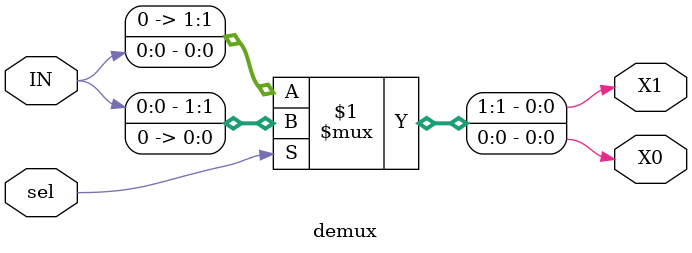
<source format=v>
module demux(
		input		wire	sel,
		input		wire	IN,
		output	wire	X0,
		output	wire	X1
	);
	
	assign	{X1,X0}		=	sel ?	{IN,1'b0}	:	{1'b0,IN};
	
endmodule
</source>
